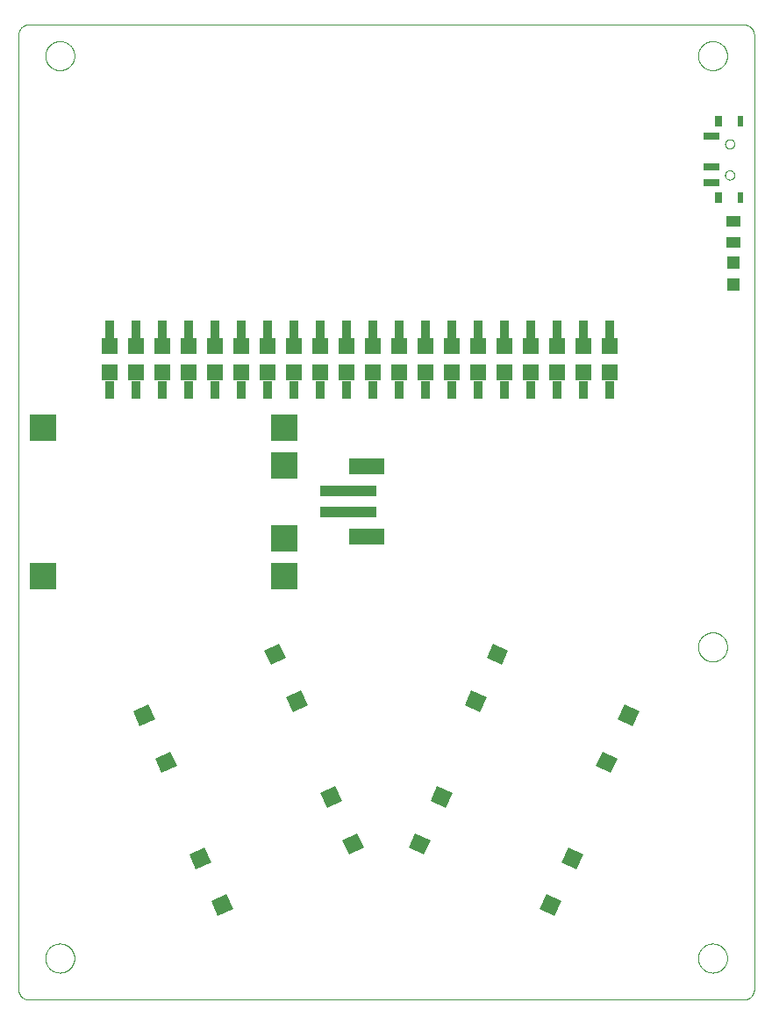
<source format=gbp>
G75*
%MOIN*%
%OFA0B0*%
%FSLAX25Y25*%
%IPPOS*%
%LPD*%
%AMOC8*
5,1,8,0,0,1.08239X$1,22.5*
%
%ADD10C,0.00000*%
%ADD11R,0.06000X0.06000*%
%ADD12R,0.03200X0.07000*%
%ADD13R,0.21654X0.03937*%
%ADD14R,0.13386X0.06299*%
%ADD15R,0.10000X0.10000*%
%ADD16R,0.06299X0.06102*%
%ADD17R,0.05512X0.04331*%
%ADD18R,0.04724X0.04724*%
%ADD19R,0.05906X0.02756*%
%ADD20R,0.02362X0.03937*%
%ADD21R,0.03150X0.03937*%
D10*
X0003248Y0005437D02*
X0003248Y0367642D01*
X0003250Y0367766D01*
X0003256Y0367889D01*
X0003265Y0368013D01*
X0003279Y0368135D01*
X0003296Y0368258D01*
X0003318Y0368380D01*
X0003343Y0368501D01*
X0003372Y0368621D01*
X0003404Y0368740D01*
X0003441Y0368859D01*
X0003481Y0368976D01*
X0003524Y0369091D01*
X0003572Y0369206D01*
X0003623Y0369318D01*
X0003677Y0369429D01*
X0003735Y0369539D01*
X0003796Y0369646D01*
X0003861Y0369752D01*
X0003929Y0369855D01*
X0004000Y0369956D01*
X0004074Y0370055D01*
X0004151Y0370152D01*
X0004232Y0370246D01*
X0004315Y0370337D01*
X0004401Y0370426D01*
X0004490Y0370512D01*
X0004581Y0370595D01*
X0004675Y0370676D01*
X0004772Y0370753D01*
X0004871Y0370827D01*
X0004972Y0370898D01*
X0005075Y0370966D01*
X0005181Y0371031D01*
X0005288Y0371092D01*
X0005398Y0371150D01*
X0005509Y0371204D01*
X0005621Y0371255D01*
X0005736Y0371303D01*
X0005851Y0371346D01*
X0005968Y0371386D01*
X0006087Y0371423D01*
X0006206Y0371455D01*
X0006326Y0371484D01*
X0006447Y0371509D01*
X0006569Y0371531D01*
X0006692Y0371548D01*
X0006814Y0371562D01*
X0006938Y0371571D01*
X0007061Y0371577D01*
X0007185Y0371579D01*
X0278839Y0371579D01*
X0278963Y0371577D01*
X0279086Y0371571D01*
X0279210Y0371562D01*
X0279332Y0371548D01*
X0279455Y0371531D01*
X0279577Y0371509D01*
X0279698Y0371484D01*
X0279818Y0371455D01*
X0279937Y0371423D01*
X0280056Y0371386D01*
X0280173Y0371346D01*
X0280288Y0371303D01*
X0280403Y0371255D01*
X0280515Y0371204D01*
X0280626Y0371150D01*
X0280736Y0371092D01*
X0280843Y0371031D01*
X0280949Y0370966D01*
X0281052Y0370898D01*
X0281153Y0370827D01*
X0281252Y0370753D01*
X0281349Y0370676D01*
X0281443Y0370595D01*
X0281534Y0370512D01*
X0281623Y0370426D01*
X0281709Y0370337D01*
X0281792Y0370246D01*
X0281873Y0370152D01*
X0281950Y0370055D01*
X0282024Y0369956D01*
X0282095Y0369855D01*
X0282163Y0369752D01*
X0282228Y0369646D01*
X0282289Y0369539D01*
X0282347Y0369429D01*
X0282401Y0369318D01*
X0282452Y0369206D01*
X0282500Y0369091D01*
X0282543Y0368976D01*
X0282583Y0368859D01*
X0282620Y0368740D01*
X0282652Y0368621D01*
X0282681Y0368501D01*
X0282706Y0368380D01*
X0282728Y0368258D01*
X0282745Y0368135D01*
X0282759Y0368013D01*
X0282768Y0367889D01*
X0282774Y0367766D01*
X0282776Y0367642D01*
X0282776Y0005437D01*
X0282774Y0005313D01*
X0282768Y0005190D01*
X0282759Y0005066D01*
X0282745Y0004944D01*
X0282728Y0004821D01*
X0282706Y0004699D01*
X0282681Y0004578D01*
X0282652Y0004458D01*
X0282620Y0004339D01*
X0282583Y0004220D01*
X0282543Y0004103D01*
X0282500Y0003988D01*
X0282452Y0003873D01*
X0282401Y0003761D01*
X0282347Y0003650D01*
X0282289Y0003540D01*
X0282228Y0003433D01*
X0282163Y0003327D01*
X0282095Y0003224D01*
X0282024Y0003123D01*
X0281950Y0003024D01*
X0281873Y0002927D01*
X0281792Y0002833D01*
X0281709Y0002742D01*
X0281623Y0002653D01*
X0281534Y0002567D01*
X0281443Y0002484D01*
X0281349Y0002403D01*
X0281252Y0002326D01*
X0281153Y0002252D01*
X0281052Y0002181D01*
X0280949Y0002113D01*
X0280843Y0002048D01*
X0280736Y0001987D01*
X0280626Y0001929D01*
X0280515Y0001875D01*
X0280403Y0001824D01*
X0280288Y0001776D01*
X0280173Y0001733D01*
X0280056Y0001693D01*
X0279937Y0001656D01*
X0279818Y0001624D01*
X0279698Y0001595D01*
X0279577Y0001570D01*
X0279455Y0001548D01*
X0279332Y0001531D01*
X0279210Y0001517D01*
X0279086Y0001508D01*
X0278963Y0001502D01*
X0278839Y0001500D01*
X0007185Y0001500D01*
X0007061Y0001502D01*
X0006938Y0001508D01*
X0006814Y0001517D01*
X0006692Y0001531D01*
X0006569Y0001548D01*
X0006447Y0001570D01*
X0006326Y0001595D01*
X0006206Y0001624D01*
X0006087Y0001656D01*
X0005968Y0001693D01*
X0005851Y0001733D01*
X0005736Y0001776D01*
X0005621Y0001824D01*
X0005509Y0001875D01*
X0005398Y0001929D01*
X0005288Y0001987D01*
X0005181Y0002048D01*
X0005075Y0002113D01*
X0004972Y0002181D01*
X0004871Y0002252D01*
X0004772Y0002326D01*
X0004675Y0002403D01*
X0004581Y0002484D01*
X0004490Y0002567D01*
X0004401Y0002653D01*
X0004315Y0002742D01*
X0004232Y0002833D01*
X0004151Y0002927D01*
X0004074Y0003024D01*
X0004000Y0003123D01*
X0003929Y0003224D01*
X0003861Y0003327D01*
X0003796Y0003433D01*
X0003735Y0003540D01*
X0003677Y0003650D01*
X0003623Y0003761D01*
X0003572Y0003873D01*
X0003524Y0003988D01*
X0003481Y0004103D01*
X0003441Y0004220D01*
X0003404Y0004339D01*
X0003372Y0004458D01*
X0003343Y0004578D01*
X0003318Y0004699D01*
X0003296Y0004821D01*
X0003279Y0004944D01*
X0003265Y0005066D01*
X0003256Y0005190D01*
X0003250Y0005313D01*
X0003248Y0005437D01*
X0013484Y0017248D02*
X0013486Y0017396D01*
X0013492Y0017544D01*
X0013502Y0017692D01*
X0013516Y0017839D01*
X0013534Y0017986D01*
X0013555Y0018132D01*
X0013581Y0018278D01*
X0013611Y0018423D01*
X0013644Y0018567D01*
X0013682Y0018710D01*
X0013723Y0018852D01*
X0013768Y0018993D01*
X0013816Y0019133D01*
X0013869Y0019272D01*
X0013925Y0019409D01*
X0013985Y0019544D01*
X0014048Y0019678D01*
X0014115Y0019810D01*
X0014186Y0019940D01*
X0014260Y0020068D01*
X0014337Y0020194D01*
X0014418Y0020318D01*
X0014502Y0020440D01*
X0014589Y0020559D01*
X0014680Y0020676D01*
X0014774Y0020791D01*
X0014870Y0020903D01*
X0014970Y0021013D01*
X0015072Y0021119D01*
X0015178Y0021223D01*
X0015286Y0021324D01*
X0015397Y0021422D01*
X0015510Y0021518D01*
X0015626Y0021610D01*
X0015744Y0021699D01*
X0015865Y0021784D01*
X0015988Y0021867D01*
X0016113Y0021946D01*
X0016240Y0022022D01*
X0016369Y0022094D01*
X0016500Y0022163D01*
X0016633Y0022228D01*
X0016768Y0022289D01*
X0016904Y0022347D01*
X0017041Y0022402D01*
X0017180Y0022452D01*
X0017321Y0022499D01*
X0017462Y0022542D01*
X0017605Y0022582D01*
X0017749Y0022617D01*
X0017893Y0022649D01*
X0018039Y0022676D01*
X0018185Y0022700D01*
X0018332Y0022720D01*
X0018479Y0022736D01*
X0018626Y0022748D01*
X0018774Y0022756D01*
X0018922Y0022760D01*
X0019070Y0022760D01*
X0019218Y0022756D01*
X0019366Y0022748D01*
X0019513Y0022736D01*
X0019660Y0022720D01*
X0019807Y0022700D01*
X0019953Y0022676D01*
X0020099Y0022649D01*
X0020243Y0022617D01*
X0020387Y0022582D01*
X0020530Y0022542D01*
X0020671Y0022499D01*
X0020812Y0022452D01*
X0020951Y0022402D01*
X0021088Y0022347D01*
X0021224Y0022289D01*
X0021359Y0022228D01*
X0021492Y0022163D01*
X0021623Y0022094D01*
X0021752Y0022022D01*
X0021879Y0021946D01*
X0022004Y0021867D01*
X0022127Y0021784D01*
X0022248Y0021699D01*
X0022366Y0021610D01*
X0022482Y0021518D01*
X0022595Y0021422D01*
X0022706Y0021324D01*
X0022814Y0021223D01*
X0022920Y0021119D01*
X0023022Y0021013D01*
X0023122Y0020903D01*
X0023218Y0020791D01*
X0023312Y0020676D01*
X0023403Y0020559D01*
X0023490Y0020440D01*
X0023574Y0020318D01*
X0023655Y0020194D01*
X0023732Y0020068D01*
X0023806Y0019940D01*
X0023877Y0019810D01*
X0023944Y0019678D01*
X0024007Y0019544D01*
X0024067Y0019409D01*
X0024123Y0019272D01*
X0024176Y0019133D01*
X0024224Y0018993D01*
X0024269Y0018852D01*
X0024310Y0018710D01*
X0024348Y0018567D01*
X0024381Y0018423D01*
X0024411Y0018278D01*
X0024437Y0018132D01*
X0024458Y0017986D01*
X0024476Y0017839D01*
X0024490Y0017692D01*
X0024500Y0017544D01*
X0024506Y0017396D01*
X0024508Y0017248D01*
X0024506Y0017100D01*
X0024500Y0016952D01*
X0024490Y0016804D01*
X0024476Y0016657D01*
X0024458Y0016510D01*
X0024437Y0016364D01*
X0024411Y0016218D01*
X0024381Y0016073D01*
X0024348Y0015929D01*
X0024310Y0015786D01*
X0024269Y0015644D01*
X0024224Y0015503D01*
X0024176Y0015363D01*
X0024123Y0015224D01*
X0024067Y0015087D01*
X0024007Y0014952D01*
X0023944Y0014818D01*
X0023877Y0014686D01*
X0023806Y0014556D01*
X0023732Y0014428D01*
X0023655Y0014302D01*
X0023574Y0014178D01*
X0023490Y0014056D01*
X0023403Y0013937D01*
X0023312Y0013820D01*
X0023218Y0013705D01*
X0023122Y0013593D01*
X0023022Y0013483D01*
X0022920Y0013377D01*
X0022814Y0013273D01*
X0022706Y0013172D01*
X0022595Y0013074D01*
X0022482Y0012978D01*
X0022366Y0012886D01*
X0022248Y0012797D01*
X0022127Y0012712D01*
X0022004Y0012629D01*
X0021879Y0012550D01*
X0021752Y0012474D01*
X0021623Y0012402D01*
X0021492Y0012333D01*
X0021359Y0012268D01*
X0021224Y0012207D01*
X0021088Y0012149D01*
X0020951Y0012094D01*
X0020812Y0012044D01*
X0020671Y0011997D01*
X0020530Y0011954D01*
X0020387Y0011914D01*
X0020243Y0011879D01*
X0020099Y0011847D01*
X0019953Y0011820D01*
X0019807Y0011796D01*
X0019660Y0011776D01*
X0019513Y0011760D01*
X0019366Y0011748D01*
X0019218Y0011740D01*
X0019070Y0011736D01*
X0018922Y0011736D01*
X0018774Y0011740D01*
X0018626Y0011748D01*
X0018479Y0011760D01*
X0018332Y0011776D01*
X0018185Y0011796D01*
X0018039Y0011820D01*
X0017893Y0011847D01*
X0017749Y0011879D01*
X0017605Y0011914D01*
X0017462Y0011954D01*
X0017321Y0011997D01*
X0017180Y0012044D01*
X0017041Y0012094D01*
X0016904Y0012149D01*
X0016768Y0012207D01*
X0016633Y0012268D01*
X0016500Y0012333D01*
X0016369Y0012402D01*
X0016240Y0012474D01*
X0016113Y0012550D01*
X0015988Y0012629D01*
X0015865Y0012712D01*
X0015744Y0012797D01*
X0015626Y0012886D01*
X0015510Y0012978D01*
X0015397Y0013074D01*
X0015286Y0013172D01*
X0015178Y0013273D01*
X0015072Y0013377D01*
X0014970Y0013483D01*
X0014870Y0013593D01*
X0014774Y0013705D01*
X0014680Y0013820D01*
X0014589Y0013937D01*
X0014502Y0014056D01*
X0014418Y0014178D01*
X0014337Y0014302D01*
X0014260Y0014428D01*
X0014186Y0014556D01*
X0014115Y0014686D01*
X0014048Y0014818D01*
X0013985Y0014952D01*
X0013925Y0015087D01*
X0013869Y0015224D01*
X0013816Y0015363D01*
X0013768Y0015503D01*
X0013723Y0015644D01*
X0013682Y0015786D01*
X0013644Y0015929D01*
X0013611Y0016073D01*
X0013581Y0016218D01*
X0013555Y0016364D01*
X0013534Y0016510D01*
X0013516Y0016657D01*
X0013502Y0016804D01*
X0013492Y0016952D01*
X0013486Y0017100D01*
X0013484Y0017248D01*
X0261516Y0017248D02*
X0261518Y0017396D01*
X0261524Y0017544D01*
X0261534Y0017692D01*
X0261548Y0017839D01*
X0261566Y0017986D01*
X0261587Y0018132D01*
X0261613Y0018278D01*
X0261643Y0018423D01*
X0261676Y0018567D01*
X0261714Y0018710D01*
X0261755Y0018852D01*
X0261800Y0018993D01*
X0261848Y0019133D01*
X0261901Y0019272D01*
X0261957Y0019409D01*
X0262017Y0019544D01*
X0262080Y0019678D01*
X0262147Y0019810D01*
X0262218Y0019940D01*
X0262292Y0020068D01*
X0262369Y0020194D01*
X0262450Y0020318D01*
X0262534Y0020440D01*
X0262621Y0020559D01*
X0262712Y0020676D01*
X0262806Y0020791D01*
X0262902Y0020903D01*
X0263002Y0021013D01*
X0263104Y0021119D01*
X0263210Y0021223D01*
X0263318Y0021324D01*
X0263429Y0021422D01*
X0263542Y0021518D01*
X0263658Y0021610D01*
X0263776Y0021699D01*
X0263897Y0021784D01*
X0264020Y0021867D01*
X0264145Y0021946D01*
X0264272Y0022022D01*
X0264401Y0022094D01*
X0264532Y0022163D01*
X0264665Y0022228D01*
X0264800Y0022289D01*
X0264936Y0022347D01*
X0265073Y0022402D01*
X0265212Y0022452D01*
X0265353Y0022499D01*
X0265494Y0022542D01*
X0265637Y0022582D01*
X0265781Y0022617D01*
X0265925Y0022649D01*
X0266071Y0022676D01*
X0266217Y0022700D01*
X0266364Y0022720D01*
X0266511Y0022736D01*
X0266658Y0022748D01*
X0266806Y0022756D01*
X0266954Y0022760D01*
X0267102Y0022760D01*
X0267250Y0022756D01*
X0267398Y0022748D01*
X0267545Y0022736D01*
X0267692Y0022720D01*
X0267839Y0022700D01*
X0267985Y0022676D01*
X0268131Y0022649D01*
X0268275Y0022617D01*
X0268419Y0022582D01*
X0268562Y0022542D01*
X0268703Y0022499D01*
X0268844Y0022452D01*
X0268983Y0022402D01*
X0269120Y0022347D01*
X0269256Y0022289D01*
X0269391Y0022228D01*
X0269524Y0022163D01*
X0269655Y0022094D01*
X0269784Y0022022D01*
X0269911Y0021946D01*
X0270036Y0021867D01*
X0270159Y0021784D01*
X0270280Y0021699D01*
X0270398Y0021610D01*
X0270514Y0021518D01*
X0270627Y0021422D01*
X0270738Y0021324D01*
X0270846Y0021223D01*
X0270952Y0021119D01*
X0271054Y0021013D01*
X0271154Y0020903D01*
X0271250Y0020791D01*
X0271344Y0020676D01*
X0271435Y0020559D01*
X0271522Y0020440D01*
X0271606Y0020318D01*
X0271687Y0020194D01*
X0271764Y0020068D01*
X0271838Y0019940D01*
X0271909Y0019810D01*
X0271976Y0019678D01*
X0272039Y0019544D01*
X0272099Y0019409D01*
X0272155Y0019272D01*
X0272208Y0019133D01*
X0272256Y0018993D01*
X0272301Y0018852D01*
X0272342Y0018710D01*
X0272380Y0018567D01*
X0272413Y0018423D01*
X0272443Y0018278D01*
X0272469Y0018132D01*
X0272490Y0017986D01*
X0272508Y0017839D01*
X0272522Y0017692D01*
X0272532Y0017544D01*
X0272538Y0017396D01*
X0272540Y0017248D01*
X0272538Y0017100D01*
X0272532Y0016952D01*
X0272522Y0016804D01*
X0272508Y0016657D01*
X0272490Y0016510D01*
X0272469Y0016364D01*
X0272443Y0016218D01*
X0272413Y0016073D01*
X0272380Y0015929D01*
X0272342Y0015786D01*
X0272301Y0015644D01*
X0272256Y0015503D01*
X0272208Y0015363D01*
X0272155Y0015224D01*
X0272099Y0015087D01*
X0272039Y0014952D01*
X0271976Y0014818D01*
X0271909Y0014686D01*
X0271838Y0014556D01*
X0271764Y0014428D01*
X0271687Y0014302D01*
X0271606Y0014178D01*
X0271522Y0014056D01*
X0271435Y0013937D01*
X0271344Y0013820D01*
X0271250Y0013705D01*
X0271154Y0013593D01*
X0271054Y0013483D01*
X0270952Y0013377D01*
X0270846Y0013273D01*
X0270738Y0013172D01*
X0270627Y0013074D01*
X0270514Y0012978D01*
X0270398Y0012886D01*
X0270280Y0012797D01*
X0270159Y0012712D01*
X0270036Y0012629D01*
X0269911Y0012550D01*
X0269784Y0012474D01*
X0269655Y0012402D01*
X0269524Y0012333D01*
X0269391Y0012268D01*
X0269256Y0012207D01*
X0269120Y0012149D01*
X0268983Y0012094D01*
X0268844Y0012044D01*
X0268703Y0011997D01*
X0268562Y0011954D01*
X0268419Y0011914D01*
X0268275Y0011879D01*
X0268131Y0011847D01*
X0267985Y0011820D01*
X0267839Y0011796D01*
X0267692Y0011776D01*
X0267545Y0011760D01*
X0267398Y0011748D01*
X0267250Y0011740D01*
X0267102Y0011736D01*
X0266954Y0011736D01*
X0266806Y0011740D01*
X0266658Y0011748D01*
X0266511Y0011760D01*
X0266364Y0011776D01*
X0266217Y0011796D01*
X0266071Y0011820D01*
X0265925Y0011847D01*
X0265781Y0011879D01*
X0265637Y0011914D01*
X0265494Y0011954D01*
X0265353Y0011997D01*
X0265212Y0012044D01*
X0265073Y0012094D01*
X0264936Y0012149D01*
X0264800Y0012207D01*
X0264665Y0012268D01*
X0264532Y0012333D01*
X0264401Y0012402D01*
X0264272Y0012474D01*
X0264145Y0012550D01*
X0264020Y0012629D01*
X0263897Y0012712D01*
X0263776Y0012797D01*
X0263658Y0012886D01*
X0263542Y0012978D01*
X0263429Y0013074D01*
X0263318Y0013172D01*
X0263210Y0013273D01*
X0263104Y0013377D01*
X0263002Y0013483D01*
X0262902Y0013593D01*
X0262806Y0013705D01*
X0262712Y0013820D01*
X0262621Y0013937D01*
X0262534Y0014056D01*
X0262450Y0014178D01*
X0262369Y0014302D01*
X0262292Y0014428D01*
X0262218Y0014556D01*
X0262147Y0014686D01*
X0262080Y0014818D01*
X0262017Y0014952D01*
X0261957Y0015087D01*
X0261901Y0015224D01*
X0261848Y0015363D01*
X0261800Y0015503D01*
X0261755Y0015644D01*
X0261714Y0015786D01*
X0261676Y0015929D01*
X0261643Y0016073D01*
X0261613Y0016218D01*
X0261587Y0016364D01*
X0261566Y0016510D01*
X0261548Y0016657D01*
X0261534Y0016804D01*
X0261524Y0016952D01*
X0261518Y0017100D01*
X0261516Y0017248D01*
X0261516Y0135358D02*
X0261518Y0135506D01*
X0261524Y0135654D01*
X0261534Y0135802D01*
X0261548Y0135949D01*
X0261566Y0136096D01*
X0261587Y0136242D01*
X0261613Y0136388D01*
X0261643Y0136533D01*
X0261676Y0136677D01*
X0261714Y0136820D01*
X0261755Y0136962D01*
X0261800Y0137103D01*
X0261848Y0137243D01*
X0261901Y0137382D01*
X0261957Y0137519D01*
X0262017Y0137654D01*
X0262080Y0137788D01*
X0262147Y0137920D01*
X0262218Y0138050D01*
X0262292Y0138178D01*
X0262369Y0138304D01*
X0262450Y0138428D01*
X0262534Y0138550D01*
X0262621Y0138669D01*
X0262712Y0138786D01*
X0262806Y0138901D01*
X0262902Y0139013D01*
X0263002Y0139123D01*
X0263104Y0139229D01*
X0263210Y0139333D01*
X0263318Y0139434D01*
X0263429Y0139532D01*
X0263542Y0139628D01*
X0263658Y0139720D01*
X0263776Y0139809D01*
X0263897Y0139894D01*
X0264020Y0139977D01*
X0264145Y0140056D01*
X0264272Y0140132D01*
X0264401Y0140204D01*
X0264532Y0140273D01*
X0264665Y0140338D01*
X0264800Y0140399D01*
X0264936Y0140457D01*
X0265073Y0140512D01*
X0265212Y0140562D01*
X0265353Y0140609D01*
X0265494Y0140652D01*
X0265637Y0140692D01*
X0265781Y0140727D01*
X0265925Y0140759D01*
X0266071Y0140786D01*
X0266217Y0140810D01*
X0266364Y0140830D01*
X0266511Y0140846D01*
X0266658Y0140858D01*
X0266806Y0140866D01*
X0266954Y0140870D01*
X0267102Y0140870D01*
X0267250Y0140866D01*
X0267398Y0140858D01*
X0267545Y0140846D01*
X0267692Y0140830D01*
X0267839Y0140810D01*
X0267985Y0140786D01*
X0268131Y0140759D01*
X0268275Y0140727D01*
X0268419Y0140692D01*
X0268562Y0140652D01*
X0268703Y0140609D01*
X0268844Y0140562D01*
X0268983Y0140512D01*
X0269120Y0140457D01*
X0269256Y0140399D01*
X0269391Y0140338D01*
X0269524Y0140273D01*
X0269655Y0140204D01*
X0269784Y0140132D01*
X0269911Y0140056D01*
X0270036Y0139977D01*
X0270159Y0139894D01*
X0270280Y0139809D01*
X0270398Y0139720D01*
X0270514Y0139628D01*
X0270627Y0139532D01*
X0270738Y0139434D01*
X0270846Y0139333D01*
X0270952Y0139229D01*
X0271054Y0139123D01*
X0271154Y0139013D01*
X0271250Y0138901D01*
X0271344Y0138786D01*
X0271435Y0138669D01*
X0271522Y0138550D01*
X0271606Y0138428D01*
X0271687Y0138304D01*
X0271764Y0138178D01*
X0271838Y0138050D01*
X0271909Y0137920D01*
X0271976Y0137788D01*
X0272039Y0137654D01*
X0272099Y0137519D01*
X0272155Y0137382D01*
X0272208Y0137243D01*
X0272256Y0137103D01*
X0272301Y0136962D01*
X0272342Y0136820D01*
X0272380Y0136677D01*
X0272413Y0136533D01*
X0272443Y0136388D01*
X0272469Y0136242D01*
X0272490Y0136096D01*
X0272508Y0135949D01*
X0272522Y0135802D01*
X0272532Y0135654D01*
X0272538Y0135506D01*
X0272540Y0135358D01*
X0272538Y0135210D01*
X0272532Y0135062D01*
X0272522Y0134914D01*
X0272508Y0134767D01*
X0272490Y0134620D01*
X0272469Y0134474D01*
X0272443Y0134328D01*
X0272413Y0134183D01*
X0272380Y0134039D01*
X0272342Y0133896D01*
X0272301Y0133754D01*
X0272256Y0133613D01*
X0272208Y0133473D01*
X0272155Y0133334D01*
X0272099Y0133197D01*
X0272039Y0133062D01*
X0271976Y0132928D01*
X0271909Y0132796D01*
X0271838Y0132666D01*
X0271764Y0132538D01*
X0271687Y0132412D01*
X0271606Y0132288D01*
X0271522Y0132166D01*
X0271435Y0132047D01*
X0271344Y0131930D01*
X0271250Y0131815D01*
X0271154Y0131703D01*
X0271054Y0131593D01*
X0270952Y0131487D01*
X0270846Y0131383D01*
X0270738Y0131282D01*
X0270627Y0131184D01*
X0270514Y0131088D01*
X0270398Y0130996D01*
X0270280Y0130907D01*
X0270159Y0130822D01*
X0270036Y0130739D01*
X0269911Y0130660D01*
X0269784Y0130584D01*
X0269655Y0130512D01*
X0269524Y0130443D01*
X0269391Y0130378D01*
X0269256Y0130317D01*
X0269120Y0130259D01*
X0268983Y0130204D01*
X0268844Y0130154D01*
X0268703Y0130107D01*
X0268562Y0130064D01*
X0268419Y0130024D01*
X0268275Y0129989D01*
X0268131Y0129957D01*
X0267985Y0129930D01*
X0267839Y0129906D01*
X0267692Y0129886D01*
X0267545Y0129870D01*
X0267398Y0129858D01*
X0267250Y0129850D01*
X0267102Y0129846D01*
X0266954Y0129846D01*
X0266806Y0129850D01*
X0266658Y0129858D01*
X0266511Y0129870D01*
X0266364Y0129886D01*
X0266217Y0129906D01*
X0266071Y0129930D01*
X0265925Y0129957D01*
X0265781Y0129989D01*
X0265637Y0130024D01*
X0265494Y0130064D01*
X0265353Y0130107D01*
X0265212Y0130154D01*
X0265073Y0130204D01*
X0264936Y0130259D01*
X0264800Y0130317D01*
X0264665Y0130378D01*
X0264532Y0130443D01*
X0264401Y0130512D01*
X0264272Y0130584D01*
X0264145Y0130660D01*
X0264020Y0130739D01*
X0263897Y0130822D01*
X0263776Y0130907D01*
X0263658Y0130996D01*
X0263542Y0131088D01*
X0263429Y0131184D01*
X0263318Y0131282D01*
X0263210Y0131383D01*
X0263104Y0131487D01*
X0263002Y0131593D01*
X0262902Y0131703D01*
X0262806Y0131815D01*
X0262712Y0131930D01*
X0262621Y0132047D01*
X0262534Y0132166D01*
X0262450Y0132288D01*
X0262369Y0132412D01*
X0262292Y0132538D01*
X0262218Y0132666D01*
X0262147Y0132796D01*
X0262080Y0132928D01*
X0262017Y0133062D01*
X0261957Y0133197D01*
X0261901Y0133334D01*
X0261848Y0133473D01*
X0261800Y0133613D01*
X0261755Y0133754D01*
X0261714Y0133896D01*
X0261676Y0134039D01*
X0261643Y0134183D01*
X0261613Y0134328D01*
X0261587Y0134474D01*
X0261566Y0134620D01*
X0261548Y0134767D01*
X0261534Y0134914D01*
X0261524Y0135062D01*
X0261518Y0135210D01*
X0261516Y0135358D01*
X0271752Y0314492D02*
X0271754Y0314576D01*
X0271760Y0314659D01*
X0271770Y0314742D01*
X0271784Y0314825D01*
X0271801Y0314907D01*
X0271823Y0314988D01*
X0271848Y0315067D01*
X0271877Y0315146D01*
X0271910Y0315223D01*
X0271946Y0315298D01*
X0271986Y0315372D01*
X0272029Y0315444D01*
X0272076Y0315513D01*
X0272126Y0315580D01*
X0272179Y0315645D01*
X0272235Y0315707D01*
X0272293Y0315767D01*
X0272355Y0315824D01*
X0272419Y0315877D01*
X0272486Y0315928D01*
X0272555Y0315975D01*
X0272626Y0316020D01*
X0272699Y0316060D01*
X0272774Y0316097D01*
X0272851Y0316131D01*
X0272929Y0316161D01*
X0273008Y0316187D01*
X0273089Y0316210D01*
X0273171Y0316228D01*
X0273253Y0316243D01*
X0273336Y0316254D01*
X0273419Y0316261D01*
X0273503Y0316264D01*
X0273587Y0316263D01*
X0273670Y0316258D01*
X0273754Y0316249D01*
X0273836Y0316236D01*
X0273918Y0316220D01*
X0273999Y0316199D01*
X0274080Y0316175D01*
X0274158Y0316147D01*
X0274236Y0316115D01*
X0274312Y0316079D01*
X0274386Y0316040D01*
X0274458Y0315998D01*
X0274528Y0315952D01*
X0274596Y0315903D01*
X0274661Y0315851D01*
X0274724Y0315796D01*
X0274784Y0315738D01*
X0274842Y0315677D01*
X0274896Y0315613D01*
X0274948Y0315547D01*
X0274996Y0315479D01*
X0275041Y0315408D01*
X0275082Y0315335D01*
X0275121Y0315261D01*
X0275155Y0315185D01*
X0275186Y0315107D01*
X0275213Y0315028D01*
X0275237Y0314947D01*
X0275256Y0314866D01*
X0275272Y0314784D01*
X0275284Y0314701D01*
X0275292Y0314617D01*
X0275296Y0314534D01*
X0275296Y0314450D01*
X0275292Y0314367D01*
X0275284Y0314283D01*
X0275272Y0314200D01*
X0275256Y0314118D01*
X0275237Y0314037D01*
X0275213Y0313956D01*
X0275186Y0313877D01*
X0275155Y0313799D01*
X0275121Y0313723D01*
X0275082Y0313649D01*
X0275041Y0313576D01*
X0274996Y0313505D01*
X0274948Y0313437D01*
X0274896Y0313371D01*
X0274842Y0313307D01*
X0274784Y0313246D01*
X0274724Y0313188D01*
X0274661Y0313133D01*
X0274596Y0313081D01*
X0274528Y0313032D01*
X0274458Y0312986D01*
X0274386Y0312944D01*
X0274312Y0312905D01*
X0274236Y0312869D01*
X0274158Y0312837D01*
X0274080Y0312809D01*
X0273999Y0312785D01*
X0273918Y0312764D01*
X0273836Y0312748D01*
X0273754Y0312735D01*
X0273670Y0312726D01*
X0273587Y0312721D01*
X0273503Y0312720D01*
X0273419Y0312723D01*
X0273336Y0312730D01*
X0273253Y0312741D01*
X0273171Y0312756D01*
X0273089Y0312774D01*
X0273008Y0312797D01*
X0272929Y0312823D01*
X0272851Y0312853D01*
X0272774Y0312887D01*
X0272699Y0312924D01*
X0272626Y0312964D01*
X0272555Y0313009D01*
X0272486Y0313056D01*
X0272419Y0313107D01*
X0272355Y0313160D01*
X0272293Y0313217D01*
X0272235Y0313277D01*
X0272179Y0313339D01*
X0272126Y0313404D01*
X0272076Y0313471D01*
X0272029Y0313540D01*
X0271986Y0313612D01*
X0271946Y0313686D01*
X0271910Y0313761D01*
X0271877Y0313838D01*
X0271848Y0313917D01*
X0271823Y0313996D01*
X0271801Y0314077D01*
X0271784Y0314159D01*
X0271770Y0314242D01*
X0271760Y0314325D01*
X0271754Y0314408D01*
X0271752Y0314492D01*
X0271752Y0326303D02*
X0271754Y0326387D01*
X0271760Y0326470D01*
X0271770Y0326553D01*
X0271784Y0326636D01*
X0271801Y0326718D01*
X0271823Y0326799D01*
X0271848Y0326878D01*
X0271877Y0326957D01*
X0271910Y0327034D01*
X0271946Y0327109D01*
X0271986Y0327183D01*
X0272029Y0327255D01*
X0272076Y0327324D01*
X0272126Y0327391D01*
X0272179Y0327456D01*
X0272235Y0327518D01*
X0272293Y0327578D01*
X0272355Y0327635D01*
X0272419Y0327688D01*
X0272486Y0327739D01*
X0272555Y0327786D01*
X0272626Y0327831D01*
X0272699Y0327871D01*
X0272774Y0327908D01*
X0272851Y0327942D01*
X0272929Y0327972D01*
X0273008Y0327998D01*
X0273089Y0328021D01*
X0273171Y0328039D01*
X0273253Y0328054D01*
X0273336Y0328065D01*
X0273419Y0328072D01*
X0273503Y0328075D01*
X0273587Y0328074D01*
X0273670Y0328069D01*
X0273754Y0328060D01*
X0273836Y0328047D01*
X0273918Y0328031D01*
X0273999Y0328010D01*
X0274080Y0327986D01*
X0274158Y0327958D01*
X0274236Y0327926D01*
X0274312Y0327890D01*
X0274386Y0327851D01*
X0274458Y0327809D01*
X0274528Y0327763D01*
X0274596Y0327714D01*
X0274661Y0327662D01*
X0274724Y0327607D01*
X0274784Y0327549D01*
X0274842Y0327488D01*
X0274896Y0327424D01*
X0274948Y0327358D01*
X0274996Y0327290D01*
X0275041Y0327219D01*
X0275082Y0327146D01*
X0275121Y0327072D01*
X0275155Y0326996D01*
X0275186Y0326918D01*
X0275213Y0326839D01*
X0275237Y0326758D01*
X0275256Y0326677D01*
X0275272Y0326595D01*
X0275284Y0326512D01*
X0275292Y0326428D01*
X0275296Y0326345D01*
X0275296Y0326261D01*
X0275292Y0326178D01*
X0275284Y0326094D01*
X0275272Y0326011D01*
X0275256Y0325929D01*
X0275237Y0325848D01*
X0275213Y0325767D01*
X0275186Y0325688D01*
X0275155Y0325610D01*
X0275121Y0325534D01*
X0275082Y0325460D01*
X0275041Y0325387D01*
X0274996Y0325316D01*
X0274948Y0325248D01*
X0274896Y0325182D01*
X0274842Y0325118D01*
X0274784Y0325057D01*
X0274724Y0324999D01*
X0274661Y0324944D01*
X0274596Y0324892D01*
X0274528Y0324843D01*
X0274458Y0324797D01*
X0274386Y0324755D01*
X0274312Y0324716D01*
X0274236Y0324680D01*
X0274158Y0324648D01*
X0274080Y0324620D01*
X0273999Y0324596D01*
X0273918Y0324575D01*
X0273836Y0324559D01*
X0273754Y0324546D01*
X0273670Y0324537D01*
X0273587Y0324532D01*
X0273503Y0324531D01*
X0273419Y0324534D01*
X0273336Y0324541D01*
X0273253Y0324552D01*
X0273171Y0324567D01*
X0273089Y0324585D01*
X0273008Y0324608D01*
X0272929Y0324634D01*
X0272851Y0324664D01*
X0272774Y0324698D01*
X0272699Y0324735D01*
X0272626Y0324775D01*
X0272555Y0324820D01*
X0272486Y0324867D01*
X0272419Y0324918D01*
X0272355Y0324971D01*
X0272293Y0325028D01*
X0272235Y0325088D01*
X0272179Y0325150D01*
X0272126Y0325215D01*
X0272076Y0325282D01*
X0272029Y0325351D01*
X0271986Y0325423D01*
X0271946Y0325497D01*
X0271910Y0325572D01*
X0271877Y0325649D01*
X0271848Y0325728D01*
X0271823Y0325807D01*
X0271801Y0325888D01*
X0271784Y0325970D01*
X0271770Y0326053D01*
X0271760Y0326136D01*
X0271754Y0326219D01*
X0271752Y0326303D01*
X0261516Y0359768D02*
X0261518Y0359916D01*
X0261524Y0360064D01*
X0261534Y0360212D01*
X0261548Y0360359D01*
X0261566Y0360506D01*
X0261587Y0360652D01*
X0261613Y0360798D01*
X0261643Y0360943D01*
X0261676Y0361087D01*
X0261714Y0361230D01*
X0261755Y0361372D01*
X0261800Y0361513D01*
X0261848Y0361653D01*
X0261901Y0361792D01*
X0261957Y0361929D01*
X0262017Y0362064D01*
X0262080Y0362198D01*
X0262147Y0362330D01*
X0262218Y0362460D01*
X0262292Y0362588D01*
X0262369Y0362714D01*
X0262450Y0362838D01*
X0262534Y0362960D01*
X0262621Y0363079D01*
X0262712Y0363196D01*
X0262806Y0363311D01*
X0262902Y0363423D01*
X0263002Y0363533D01*
X0263104Y0363639D01*
X0263210Y0363743D01*
X0263318Y0363844D01*
X0263429Y0363942D01*
X0263542Y0364038D01*
X0263658Y0364130D01*
X0263776Y0364219D01*
X0263897Y0364304D01*
X0264020Y0364387D01*
X0264145Y0364466D01*
X0264272Y0364542D01*
X0264401Y0364614D01*
X0264532Y0364683D01*
X0264665Y0364748D01*
X0264800Y0364809D01*
X0264936Y0364867D01*
X0265073Y0364922D01*
X0265212Y0364972D01*
X0265353Y0365019D01*
X0265494Y0365062D01*
X0265637Y0365102D01*
X0265781Y0365137D01*
X0265925Y0365169D01*
X0266071Y0365196D01*
X0266217Y0365220D01*
X0266364Y0365240D01*
X0266511Y0365256D01*
X0266658Y0365268D01*
X0266806Y0365276D01*
X0266954Y0365280D01*
X0267102Y0365280D01*
X0267250Y0365276D01*
X0267398Y0365268D01*
X0267545Y0365256D01*
X0267692Y0365240D01*
X0267839Y0365220D01*
X0267985Y0365196D01*
X0268131Y0365169D01*
X0268275Y0365137D01*
X0268419Y0365102D01*
X0268562Y0365062D01*
X0268703Y0365019D01*
X0268844Y0364972D01*
X0268983Y0364922D01*
X0269120Y0364867D01*
X0269256Y0364809D01*
X0269391Y0364748D01*
X0269524Y0364683D01*
X0269655Y0364614D01*
X0269784Y0364542D01*
X0269911Y0364466D01*
X0270036Y0364387D01*
X0270159Y0364304D01*
X0270280Y0364219D01*
X0270398Y0364130D01*
X0270514Y0364038D01*
X0270627Y0363942D01*
X0270738Y0363844D01*
X0270846Y0363743D01*
X0270952Y0363639D01*
X0271054Y0363533D01*
X0271154Y0363423D01*
X0271250Y0363311D01*
X0271344Y0363196D01*
X0271435Y0363079D01*
X0271522Y0362960D01*
X0271606Y0362838D01*
X0271687Y0362714D01*
X0271764Y0362588D01*
X0271838Y0362460D01*
X0271909Y0362330D01*
X0271976Y0362198D01*
X0272039Y0362064D01*
X0272099Y0361929D01*
X0272155Y0361792D01*
X0272208Y0361653D01*
X0272256Y0361513D01*
X0272301Y0361372D01*
X0272342Y0361230D01*
X0272380Y0361087D01*
X0272413Y0360943D01*
X0272443Y0360798D01*
X0272469Y0360652D01*
X0272490Y0360506D01*
X0272508Y0360359D01*
X0272522Y0360212D01*
X0272532Y0360064D01*
X0272538Y0359916D01*
X0272540Y0359768D01*
X0272538Y0359620D01*
X0272532Y0359472D01*
X0272522Y0359324D01*
X0272508Y0359177D01*
X0272490Y0359030D01*
X0272469Y0358884D01*
X0272443Y0358738D01*
X0272413Y0358593D01*
X0272380Y0358449D01*
X0272342Y0358306D01*
X0272301Y0358164D01*
X0272256Y0358023D01*
X0272208Y0357883D01*
X0272155Y0357744D01*
X0272099Y0357607D01*
X0272039Y0357472D01*
X0271976Y0357338D01*
X0271909Y0357206D01*
X0271838Y0357076D01*
X0271764Y0356948D01*
X0271687Y0356822D01*
X0271606Y0356698D01*
X0271522Y0356576D01*
X0271435Y0356457D01*
X0271344Y0356340D01*
X0271250Y0356225D01*
X0271154Y0356113D01*
X0271054Y0356003D01*
X0270952Y0355897D01*
X0270846Y0355793D01*
X0270738Y0355692D01*
X0270627Y0355594D01*
X0270514Y0355498D01*
X0270398Y0355406D01*
X0270280Y0355317D01*
X0270159Y0355232D01*
X0270036Y0355149D01*
X0269911Y0355070D01*
X0269784Y0354994D01*
X0269655Y0354922D01*
X0269524Y0354853D01*
X0269391Y0354788D01*
X0269256Y0354727D01*
X0269120Y0354669D01*
X0268983Y0354614D01*
X0268844Y0354564D01*
X0268703Y0354517D01*
X0268562Y0354474D01*
X0268419Y0354434D01*
X0268275Y0354399D01*
X0268131Y0354367D01*
X0267985Y0354340D01*
X0267839Y0354316D01*
X0267692Y0354296D01*
X0267545Y0354280D01*
X0267398Y0354268D01*
X0267250Y0354260D01*
X0267102Y0354256D01*
X0266954Y0354256D01*
X0266806Y0354260D01*
X0266658Y0354268D01*
X0266511Y0354280D01*
X0266364Y0354296D01*
X0266217Y0354316D01*
X0266071Y0354340D01*
X0265925Y0354367D01*
X0265781Y0354399D01*
X0265637Y0354434D01*
X0265494Y0354474D01*
X0265353Y0354517D01*
X0265212Y0354564D01*
X0265073Y0354614D01*
X0264936Y0354669D01*
X0264800Y0354727D01*
X0264665Y0354788D01*
X0264532Y0354853D01*
X0264401Y0354922D01*
X0264272Y0354994D01*
X0264145Y0355070D01*
X0264020Y0355149D01*
X0263897Y0355232D01*
X0263776Y0355317D01*
X0263658Y0355406D01*
X0263542Y0355498D01*
X0263429Y0355594D01*
X0263318Y0355692D01*
X0263210Y0355793D01*
X0263104Y0355897D01*
X0263002Y0356003D01*
X0262902Y0356113D01*
X0262806Y0356225D01*
X0262712Y0356340D01*
X0262621Y0356457D01*
X0262534Y0356576D01*
X0262450Y0356698D01*
X0262369Y0356822D01*
X0262292Y0356948D01*
X0262218Y0357076D01*
X0262147Y0357206D01*
X0262080Y0357338D01*
X0262017Y0357472D01*
X0261957Y0357607D01*
X0261901Y0357744D01*
X0261848Y0357883D01*
X0261800Y0358023D01*
X0261755Y0358164D01*
X0261714Y0358306D01*
X0261676Y0358449D01*
X0261643Y0358593D01*
X0261613Y0358738D01*
X0261587Y0358884D01*
X0261566Y0359030D01*
X0261548Y0359177D01*
X0261534Y0359324D01*
X0261524Y0359472D01*
X0261518Y0359620D01*
X0261516Y0359768D01*
X0013484Y0359768D02*
X0013486Y0359916D01*
X0013492Y0360064D01*
X0013502Y0360212D01*
X0013516Y0360359D01*
X0013534Y0360506D01*
X0013555Y0360652D01*
X0013581Y0360798D01*
X0013611Y0360943D01*
X0013644Y0361087D01*
X0013682Y0361230D01*
X0013723Y0361372D01*
X0013768Y0361513D01*
X0013816Y0361653D01*
X0013869Y0361792D01*
X0013925Y0361929D01*
X0013985Y0362064D01*
X0014048Y0362198D01*
X0014115Y0362330D01*
X0014186Y0362460D01*
X0014260Y0362588D01*
X0014337Y0362714D01*
X0014418Y0362838D01*
X0014502Y0362960D01*
X0014589Y0363079D01*
X0014680Y0363196D01*
X0014774Y0363311D01*
X0014870Y0363423D01*
X0014970Y0363533D01*
X0015072Y0363639D01*
X0015178Y0363743D01*
X0015286Y0363844D01*
X0015397Y0363942D01*
X0015510Y0364038D01*
X0015626Y0364130D01*
X0015744Y0364219D01*
X0015865Y0364304D01*
X0015988Y0364387D01*
X0016113Y0364466D01*
X0016240Y0364542D01*
X0016369Y0364614D01*
X0016500Y0364683D01*
X0016633Y0364748D01*
X0016768Y0364809D01*
X0016904Y0364867D01*
X0017041Y0364922D01*
X0017180Y0364972D01*
X0017321Y0365019D01*
X0017462Y0365062D01*
X0017605Y0365102D01*
X0017749Y0365137D01*
X0017893Y0365169D01*
X0018039Y0365196D01*
X0018185Y0365220D01*
X0018332Y0365240D01*
X0018479Y0365256D01*
X0018626Y0365268D01*
X0018774Y0365276D01*
X0018922Y0365280D01*
X0019070Y0365280D01*
X0019218Y0365276D01*
X0019366Y0365268D01*
X0019513Y0365256D01*
X0019660Y0365240D01*
X0019807Y0365220D01*
X0019953Y0365196D01*
X0020099Y0365169D01*
X0020243Y0365137D01*
X0020387Y0365102D01*
X0020530Y0365062D01*
X0020671Y0365019D01*
X0020812Y0364972D01*
X0020951Y0364922D01*
X0021088Y0364867D01*
X0021224Y0364809D01*
X0021359Y0364748D01*
X0021492Y0364683D01*
X0021623Y0364614D01*
X0021752Y0364542D01*
X0021879Y0364466D01*
X0022004Y0364387D01*
X0022127Y0364304D01*
X0022248Y0364219D01*
X0022366Y0364130D01*
X0022482Y0364038D01*
X0022595Y0363942D01*
X0022706Y0363844D01*
X0022814Y0363743D01*
X0022920Y0363639D01*
X0023022Y0363533D01*
X0023122Y0363423D01*
X0023218Y0363311D01*
X0023312Y0363196D01*
X0023403Y0363079D01*
X0023490Y0362960D01*
X0023574Y0362838D01*
X0023655Y0362714D01*
X0023732Y0362588D01*
X0023806Y0362460D01*
X0023877Y0362330D01*
X0023944Y0362198D01*
X0024007Y0362064D01*
X0024067Y0361929D01*
X0024123Y0361792D01*
X0024176Y0361653D01*
X0024224Y0361513D01*
X0024269Y0361372D01*
X0024310Y0361230D01*
X0024348Y0361087D01*
X0024381Y0360943D01*
X0024411Y0360798D01*
X0024437Y0360652D01*
X0024458Y0360506D01*
X0024476Y0360359D01*
X0024490Y0360212D01*
X0024500Y0360064D01*
X0024506Y0359916D01*
X0024508Y0359768D01*
X0024506Y0359620D01*
X0024500Y0359472D01*
X0024490Y0359324D01*
X0024476Y0359177D01*
X0024458Y0359030D01*
X0024437Y0358884D01*
X0024411Y0358738D01*
X0024381Y0358593D01*
X0024348Y0358449D01*
X0024310Y0358306D01*
X0024269Y0358164D01*
X0024224Y0358023D01*
X0024176Y0357883D01*
X0024123Y0357744D01*
X0024067Y0357607D01*
X0024007Y0357472D01*
X0023944Y0357338D01*
X0023877Y0357206D01*
X0023806Y0357076D01*
X0023732Y0356948D01*
X0023655Y0356822D01*
X0023574Y0356698D01*
X0023490Y0356576D01*
X0023403Y0356457D01*
X0023312Y0356340D01*
X0023218Y0356225D01*
X0023122Y0356113D01*
X0023022Y0356003D01*
X0022920Y0355897D01*
X0022814Y0355793D01*
X0022706Y0355692D01*
X0022595Y0355594D01*
X0022482Y0355498D01*
X0022366Y0355406D01*
X0022248Y0355317D01*
X0022127Y0355232D01*
X0022004Y0355149D01*
X0021879Y0355070D01*
X0021752Y0354994D01*
X0021623Y0354922D01*
X0021492Y0354853D01*
X0021359Y0354788D01*
X0021224Y0354727D01*
X0021088Y0354669D01*
X0020951Y0354614D01*
X0020812Y0354564D01*
X0020671Y0354517D01*
X0020530Y0354474D01*
X0020387Y0354434D01*
X0020243Y0354399D01*
X0020099Y0354367D01*
X0019953Y0354340D01*
X0019807Y0354316D01*
X0019660Y0354296D01*
X0019513Y0354280D01*
X0019366Y0354268D01*
X0019218Y0354260D01*
X0019070Y0354256D01*
X0018922Y0354256D01*
X0018774Y0354260D01*
X0018626Y0354268D01*
X0018479Y0354280D01*
X0018332Y0354296D01*
X0018185Y0354316D01*
X0018039Y0354340D01*
X0017893Y0354367D01*
X0017749Y0354399D01*
X0017605Y0354434D01*
X0017462Y0354474D01*
X0017321Y0354517D01*
X0017180Y0354564D01*
X0017041Y0354614D01*
X0016904Y0354669D01*
X0016768Y0354727D01*
X0016633Y0354788D01*
X0016500Y0354853D01*
X0016369Y0354922D01*
X0016240Y0354994D01*
X0016113Y0355070D01*
X0015988Y0355149D01*
X0015865Y0355232D01*
X0015744Y0355317D01*
X0015626Y0355406D01*
X0015510Y0355498D01*
X0015397Y0355594D01*
X0015286Y0355692D01*
X0015178Y0355793D01*
X0015072Y0355897D01*
X0014970Y0356003D01*
X0014870Y0356113D01*
X0014774Y0356225D01*
X0014680Y0356340D01*
X0014589Y0356457D01*
X0014502Y0356576D01*
X0014418Y0356698D01*
X0014337Y0356822D01*
X0014260Y0356948D01*
X0014186Y0357076D01*
X0014115Y0357206D01*
X0014048Y0357338D01*
X0013985Y0357472D01*
X0013925Y0357607D01*
X0013869Y0357744D01*
X0013816Y0357883D01*
X0013768Y0358023D01*
X0013723Y0358164D01*
X0013682Y0358306D01*
X0013644Y0358449D01*
X0013611Y0358593D01*
X0013581Y0358738D01*
X0013555Y0358884D01*
X0013534Y0359030D01*
X0013516Y0359177D01*
X0013502Y0359324D01*
X0013492Y0359472D01*
X0013486Y0359620D01*
X0013484Y0359768D01*
D11*
X0038000Y0249520D03*
X0048000Y0249520D03*
X0048000Y0239520D03*
X0038000Y0239520D03*
X0058000Y0239520D03*
X0058000Y0249520D03*
X0068000Y0249520D03*
X0068000Y0239520D03*
X0078000Y0239520D03*
X0078000Y0249520D03*
X0088000Y0249520D03*
X0088000Y0239520D03*
X0098000Y0239520D03*
X0098000Y0249520D03*
X0108000Y0249520D03*
X0108000Y0239520D03*
X0118000Y0239520D03*
X0118000Y0249520D03*
X0128000Y0249520D03*
X0128000Y0239520D03*
X0138000Y0239520D03*
X0138000Y0249520D03*
X0148000Y0249520D03*
X0148000Y0239520D03*
X0158000Y0239520D03*
X0158000Y0249520D03*
X0168000Y0249520D03*
X0168000Y0239520D03*
X0178000Y0239520D03*
X0178000Y0249520D03*
X0188000Y0249520D03*
X0188000Y0239520D03*
X0198000Y0239520D03*
X0198000Y0249520D03*
X0208000Y0249520D03*
X0208000Y0239520D03*
X0218000Y0239520D03*
X0218000Y0249520D03*
X0228000Y0249520D03*
X0228000Y0239520D03*
D12*
X0228000Y0233020D03*
X0218000Y0233020D03*
X0208000Y0233020D03*
X0198000Y0233020D03*
X0188000Y0233020D03*
X0178000Y0233020D03*
X0168000Y0233020D03*
X0158000Y0233020D03*
X0148000Y0233020D03*
X0138000Y0233020D03*
X0128000Y0233020D03*
X0118000Y0233020D03*
X0108000Y0233020D03*
X0098000Y0233020D03*
X0088000Y0233020D03*
X0078000Y0233020D03*
X0068000Y0233020D03*
X0058000Y0233020D03*
X0048000Y0233020D03*
X0038000Y0233020D03*
X0038000Y0256020D03*
X0048000Y0256020D03*
X0058000Y0256020D03*
X0068000Y0256020D03*
X0078000Y0256020D03*
X0088000Y0256020D03*
X0098000Y0256020D03*
X0108000Y0256020D03*
X0118000Y0256020D03*
X0128000Y0256020D03*
X0138000Y0256020D03*
X0148000Y0256020D03*
X0158000Y0256020D03*
X0168000Y0256020D03*
X0178000Y0256020D03*
X0188000Y0256020D03*
X0198000Y0256020D03*
X0208000Y0256020D03*
X0218000Y0256020D03*
X0228000Y0256020D03*
D13*
X0128524Y0194512D03*
X0128524Y0186638D03*
D14*
X0135610Y0177189D03*
X0135610Y0203961D03*
D15*
X0104232Y0204256D03*
X0104232Y0218626D03*
X0104232Y0176697D03*
X0104232Y0162327D03*
X0012500Y0162327D03*
X0012500Y0218626D03*
D16*
G36*
X0046829Y0110854D02*
X0052536Y0113515D01*
X0055115Y0107986D01*
X0049408Y0105325D01*
X0046829Y0110854D01*
G37*
G36*
X0055149Y0093013D02*
X0060856Y0095674D01*
X0063435Y0090145D01*
X0057728Y0087484D01*
X0055149Y0093013D01*
G37*
G36*
X0068155Y0056594D02*
X0073862Y0059255D01*
X0076441Y0053726D01*
X0070734Y0051065D01*
X0068155Y0056594D01*
G37*
G36*
X0076474Y0038754D02*
X0082181Y0041415D01*
X0084760Y0035886D01*
X0079053Y0033225D01*
X0076474Y0038754D01*
G37*
G36*
X0117930Y0079805D02*
X0123637Y0082466D01*
X0126216Y0076937D01*
X0120509Y0074276D01*
X0117930Y0079805D01*
G37*
G36*
X0126250Y0061964D02*
X0131957Y0064625D01*
X0134536Y0059096D01*
X0128829Y0056435D01*
X0126250Y0061964D01*
G37*
G36*
X0157195Y0056435D02*
X0151488Y0059096D01*
X0154067Y0064625D01*
X0159774Y0061964D01*
X0157195Y0056435D01*
G37*
G36*
X0165514Y0074276D02*
X0159807Y0076937D01*
X0162386Y0082466D01*
X0168093Y0079805D01*
X0165514Y0074276D01*
G37*
G36*
X0178521Y0110695D02*
X0172814Y0113356D01*
X0175393Y0118885D01*
X0181100Y0116224D01*
X0178521Y0110695D01*
G37*
G36*
X0186840Y0128536D02*
X0181133Y0131197D01*
X0183712Y0136726D01*
X0189419Y0134065D01*
X0186840Y0128536D01*
G37*
G36*
X0228296Y0087484D02*
X0222589Y0090145D01*
X0225168Y0095674D01*
X0230875Y0093013D01*
X0228296Y0087484D01*
G37*
G36*
X0236615Y0105325D02*
X0230908Y0107986D01*
X0233487Y0113515D01*
X0239194Y0110854D01*
X0236615Y0105325D01*
G37*
G36*
X0215290Y0051065D02*
X0209583Y0053726D01*
X0212162Y0059255D01*
X0217869Y0056594D01*
X0215290Y0051065D01*
G37*
G36*
X0206971Y0033225D02*
X0201264Y0035886D01*
X0203843Y0041415D01*
X0209550Y0038754D01*
X0206971Y0033225D01*
G37*
G36*
X0104924Y0116224D02*
X0110631Y0118885D01*
X0113210Y0113356D01*
X0107503Y0110695D01*
X0104924Y0116224D01*
G37*
G36*
X0096605Y0134065D02*
X0102312Y0136726D01*
X0104891Y0131197D01*
X0099184Y0128536D01*
X0096605Y0134065D01*
G37*
D17*
X0274902Y0288902D03*
X0274902Y0296776D03*
D18*
X0274902Y0281224D03*
X0274902Y0272957D03*
D19*
X0266634Y0311539D03*
X0266634Y0317445D03*
X0266634Y0329256D03*
D20*
X0277461Y0334768D03*
X0277461Y0306028D03*
D21*
X0269193Y0306028D03*
X0269193Y0334768D03*
M02*

</source>
